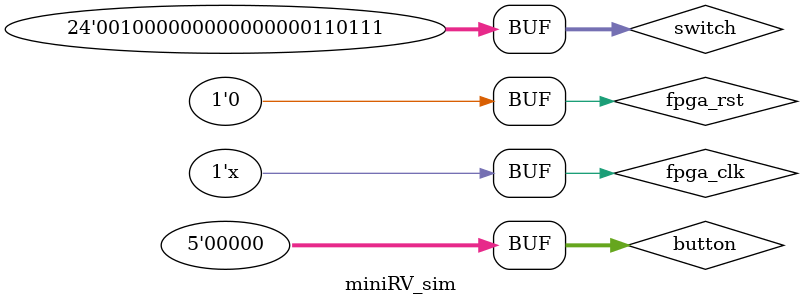
<source format=v>
`timescale 1ns / 1ps

module miniRV_sim();

    reg fpga_rst;
    reg fpga_clk;
    reg [23:0] switch;
    reg [ 4:0] button;
    
    wire [ 7:0]  dig_en;
    wire         DN_A;
    wire         DN_B;
    wire         DN_C;
    wire         DN_D;
    wire         DN_E;
    wire         DN_F;
    wire         DN_G;
    wire         DN_DP;
    wire [23:0]  led;

    initial begin
        fpga_rst = 1;
        fpga_clk = 0;
        #23
        fpga_rst = 0;
        #2
        switch   = 24'h20_12_34;
        #1000
        switch   = 24'h200_037;
        #1000
        button   = 5'h0;
    end

    always #5 fpga_clk = !fpga_clk;

    miniRV_SoC DUT (
        .fpga_rst   (fpga_rst),
        .fpga_clk   (fpga_clk),
        .Switch     (switch),
        .button     (button),
        .dig_en     (dig_en),
        .DN_A       (DN_A),
        .DN_B       (DN_B),
        .DN_C       (DN_C),
        .DN_D       (DN_D),
        .DN_E       (DN_E),
        .DN_F       (DN_F),
        .DN_G       (DN_G),
        .DN_DP      (DN_DP),
        .led        (led)
    );

endmodule

</source>
